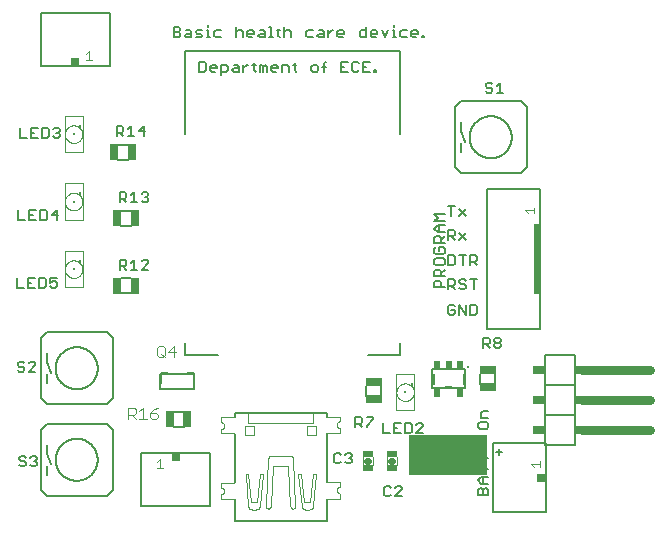
<source format=gto>
G75*
%MOIN*%
%OFA0B0*%
%FSLAX25Y25*%
%IPPOS*%
%LPD*%
%AMOC8*
5,1,8,0,0,1.08239X$1,22.5*
%
%ADD10C,0.00600*%
%ADD11C,0.00800*%
%ADD12C,0.00500*%
%ADD13C,0.00300*%
%ADD14R,0.02500X0.02500*%
%ADD15C,0.00400*%
%ADD16C,0.02200*%
%ADD17R,0.03740X0.01969*%
%ADD18R,0.00787X0.00787*%
%ADD19R,0.00984X0.01378*%
%ADD20R,0.04724X0.00394*%
%ADD21R,0.00591X0.00394*%
%ADD22R,0.00984X0.00591*%
%ADD23R,0.01969X0.23622*%
%ADD24R,0.02559X0.05512*%
%ADD25R,0.05512X0.02559*%
%ADD26C,0.03000*%
%ADD27R,0.02000X0.03000*%
%ADD28R,0.04000X0.03000*%
%ADD29R,0.25984X0.13780*%
%ADD30R,0.01969X0.02559*%
%ADD31C,0.01000*%
D10*
X0004867Y0019660D02*
X0004300Y0020227D01*
X0004867Y0019660D02*
X0006001Y0019660D01*
X0006569Y0020227D01*
X0006569Y0020795D01*
X0006001Y0021362D01*
X0004867Y0021362D01*
X0004300Y0021929D01*
X0004300Y0022496D01*
X0004867Y0023063D01*
X0006001Y0023063D01*
X0006569Y0022496D01*
X0007983Y0022496D02*
X0008550Y0023063D01*
X0009685Y0023063D01*
X0010252Y0022496D01*
X0010252Y0021929D01*
X0009685Y0021362D01*
X0010252Y0020795D01*
X0010252Y0020227D01*
X0009685Y0019660D01*
X0008550Y0019660D01*
X0007983Y0020227D01*
X0009117Y0021362D02*
X0009685Y0021362D01*
X0009752Y0051160D02*
X0007483Y0051160D01*
X0009752Y0053429D01*
X0009752Y0053996D01*
X0009185Y0054563D01*
X0008050Y0054563D01*
X0007483Y0053996D01*
X0006069Y0053996D02*
X0005501Y0054563D01*
X0004367Y0054563D01*
X0003800Y0053996D01*
X0003800Y0053429D01*
X0004367Y0052862D01*
X0005501Y0052862D01*
X0006069Y0052295D01*
X0006069Y0051727D01*
X0005501Y0051160D01*
X0004367Y0051160D01*
X0003800Y0051727D01*
X0003567Y0079160D02*
X0005836Y0079160D01*
X0007251Y0079160D02*
X0009519Y0079160D01*
X0010934Y0079160D02*
X0012635Y0079160D01*
X0013202Y0079727D01*
X0013202Y0081996D01*
X0012635Y0082563D01*
X0010934Y0082563D01*
X0010934Y0079160D01*
X0014617Y0079727D02*
X0015184Y0079160D01*
X0016318Y0079160D01*
X0016885Y0079727D01*
X0016885Y0080862D01*
X0016318Y0081429D01*
X0015751Y0081429D01*
X0014617Y0080862D01*
X0014617Y0082563D01*
X0016885Y0082563D01*
X0009519Y0082563D02*
X0007251Y0082563D01*
X0007251Y0079160D01*
X0007251Y0080862D02*
X0008385Y0080862D01*
X0003567Y0082563D02*
X0003567Y0079160D01*
X0004067Y0101660D02*
X0006336Y0101660D01*
X0007751Y0101660D02*
X0010019Y0101660D01*
X0011434Y0101660D02*
X0013135Y0101660D01*
X0013702Y0102227D01*
X0013702Y0104496D01*
X0013135Y0105063D01*
X0011434Y0105063D01*
X0011434Y0101660D01*
X0008885Y0103362D02*
X0007751Y0103362D01*
X0007751Y0105063D02*
X0007751Y0101660D01*
X0007751Y0105063D02*
X0010019Y0105063D01*
X0015117Y0103362D02*
X0017385Y0103362D01*
X0016818Y0101660D02*
X0016818Y0105063D01*
X0015117Y0103362D01*
X0004067Y0105063D02*
X0004067Y0101660D01*
X0004567Y0129160D02*
X0006836Y0129160D01*
X0008251Y0129160D02*
X0010519Y0129160D01*
X0011934Y0129160D02*
X0013635Y0129160D01*
X0014202Y0129727D01*
X0014202Y0131996D01*
X0013635Y0132563D01*
X0011934Y0132563D01*
X0011934Y0129160D01*
X0009385Y0130862D02*
X0008251Y0130862D01*
X0008251Y0132563D02*
X0008251Y0129160D01*
X0004567Y0129160D02*
X0004567Y0132563D01*
X0008251Y0132563D02*
X0010519Y0132563D01*
X0015617Y0131996D02*
X0016184Y0132563D01*
X0017318Y0132563D01*
X0017885Y0131996D01*
X0017885Y0131429D01*
X0017318Y0130862D01*
X0017885Y0130295D01*
X0017885Y0129727D01*
X0017318Y0129160D01*
X0016184Y0129160D01*
X0015617Y0129727D01*
X0016751Y0130862D02*
X0017318Y0130862D01*
X0036800Y0130795D02*
X0038501Y0130795D01*
X0039069Y0131362D01*
X0039069Y0132496D01*
X0038501Y0133063D01*
X0036800Y0133063D01*
X0036800Y0129660D01*
X0037934Y0130795D02*
X0039069Y0129660D01*
X0040483Y0129660D02*
X0042752Y0129660D01*
X0041617Y0129660D02*
X0041617Y0133063D01*
X0040483Y0131929D01*
X0044166Y0131362D02*
X0046435Y0131362D01*
X0045868Y0129660D02*
X0045868Y0133063D01*
X0044166Y0131362D01*
X0040614Y0126860D02*
X0037386Y0126860D01*
X0037386Y0121860D02*
X0040614Y0121860D01*
X0039501Y0111063D02*
X0037800Y0111063D01*
X0037800Y0107660D01*
X0037800Y0108795D02*
X0039501Y0108795D01*
X0040069Y0109362D01*
X0040069Y0110496D01*
X0039501Y0111063D01*
X0041483Y0109929D02*
X0042617Y0111063D01*
X0042617Y0107660D01*
X0041483Y0107660D02*
X0043752Y0107660D01*
X0045166Y0108227D02*
X0045733Y0107660D01*
X0046868Y0107660D01*
X0047435Y0108227D01*
X0047435Y0108795D01*
X0046868Y0109362D01*
X0046301Y0109362D01*
X0046868Y0109362D02*
X0047435Y0109929D01*
X0047435Y0110496D01*
X0046868Y0111063D01*
X0045733Y0111063D01*
X0045166Y0110496D01*
X0040069Y0107660D02*
X0038934Y0108795D01*
X0038386Y0104860D02*
X0041614Y0104860D01*
X0041614Y0099860D02*
X0038386Y0099860D01*
X0037800Y0088563D02*
X0039501Y0088563D01*
X0040069Y0087996D01*
X0040069Y0086862D01*
X0039501Y0086295D01*
X0037800Y0086295D01*
X0038934Y0086295D02*
X0040069Y0085160D01*
X0041483Y0085160D02*
X0043752Y0085160D01*
X0042617Y0085160D02*
X0042617Y0088563D01*
X0041483Y0087429D01*
X0045166Y0087996D02*
X0045733Y0088563D01*
X0046868Y0088563D01*
X0047435Y0087996D01*
X0047435Y0087429D01*
X0045166Y0085160D01*
X0047435Y0085160D01*
X0041614Y0082360D02*
X0038386Y0082360D01*
X0037800Y0085160D02*
X0037800Y0088563D01*
X0038386Y0077360D02*
X0041614Y0077360D01*
X0051400Y0050460D02*
X0062600Y0050460D01*
X0062600Y0045260D01*
X0051400Y0045260D01*
X0051400Y0050460D01*
X0055886Y0037860D02*
X0059114Y0037860D01*
X0059114Y0032860D02*
X0055886Y0032860D01*
X0109300Y0023496D02*
X0109300Y0021227D01*
X0109867Y0020660D01*
X0111001Y0020660D01*
X0111569Y0021227D01*
X0112983Y0021227D02*
X0113550Y0020660D01*
X0114685Y0020660D01*
X0115252Y0021227D01*
X0115252Y0021795D01*
X0114685Y0022362D01*
X0114117Y0022362D01*
X0114685Y0022362D02*
X0115252Y0022929D01*
X0115252Y0023496D01*
X0114685Y0024063D01*
X0113550Y0024063D01*
X0112983Y0023496D01*
X0111569Y0023496D02*
X0111001Y0024063D01*
X0109867Y0024063D01*
X0109300Y0023496D01*
X0116434Y0032660D02*
X0116434Y0036063D01*
X0118135Y0036063D01*
X0118702Y0035496D01*
X0118702Y0034362D01*
X0118135Y0033795D01*
X0116434Y0033795D01*
X0117568Y0033795D02*
X0118702Y0032660D01*
X0120117Y0032660D02*
X0120117Y0033227D01*
X0122385Y0035496D01*
X0122385Y0036063D01*
X0120117Y0036063D01*
X0125567Y0034063D02*
X0125567Y0030660D01*
X0127836Y0030660D01*
X0129251Y0030660D02*
X0131519Y0030660D01*
X0132934Y0030660D02*
X0134635Y0030660D01*
X0135202Y0031227D01*
X0135202Y0033496D01*
X0134635Y0034063D01*
X0132934Y0034063D01*
X0132934Y0030660D01*
X0130385Y0032362D02*
X0129251Y0032362D01*
X0129251Y0034063D02*
X0129251Y0030660D01*
X0129251Y0034063D02*
X0131519Y0034063D01*
X0136617Y0033496D02*
X0137184Y0034063D01*
X0138318Y0034063D01*
X0138885Y0033496D01*
X0138885Y0032929D01*
X0136617Y0030660D01*
X0138885Y0030660D01*
X0157297Y0032727D02*
X0157864Y0032160D01*
X0160133Y0032160D01*
X0160700Y0032727D01*
X0160700Y0033862D01*
X0160133Y0034429D01*
X0157864Y0034429D01*
X0157297Y0033862D01*
X0157297Y0032727D01*
X0158431Y0035843D02*
X0158431Y0037545D01*
X0158999Y0038112D01*
X0160700Y0038112D01*
X0160700Y0035843D02*
X0158431Y0035843D01*
X0153012Y0045711D02*
X0153012Y0052010D01*
X0141988Y0052010D01*
X0141988Y0045711D01*
X0153012Y0045711D01*
X0158000Y0047246D02*
X0158000Y0050474D01*
X0163000Y0050474D02*
X0163000Y0047246D01*
X0163184Y0059160D02*
X0162617Y0059727D01*
X0162617Y0060295D01*
X0163184Y0060862D01*
X0164318Y0060862D01*
X0164885Y0060295D01*
X0164885Y0059727D01*
X0164318Y0059160D01*
X0163184Y0059160D01*
X0163184Y0060862D02*
X0162617Y0061429D01*
X0162617Y0061996D01*
X0163184Y0062563D01*
X0164318Y0062563D01*
X0164885Y0061996D01*
X0164885Y0061429D01*
X0164318Y0060862D01*
X0161202Y0060862D02*
X0160635Y0060295D01*
X0158934Y0060295D01*
X0160068Y0060295D02*
X0161202Y0059160D01*
X0161202Y0060862D02*
X0161202Y0061996D01*
X0160635Y0062563D01*
X0158934Y0062563D01*
X0158934Y0059160D01*
X0156368Y0070160D02*
X0154666Y0070160D01*
X0154666Y0073563D01*
X0156368Y0073563D01*
X0156935Y0072996D01*
X0156935Y0070727D01*
X0156368Y0070160D01*
X0153252Y0070160D02*
X0153252Y0073563D01*
X0150983Y0073563D02*
X0153252Y0070160D01*
X0150983Y0070160D02*
X0150983Y0073563D01*
X0149569Y0072996D02*
X0149001Y0073563D01*
X0147867Y0073563D01*
X0147300Y0072996D01*
X0147300Y0070727D01*
X0147867Y0070160D01*
X0149001Y0070160D01*
X0149569Y0070727D01*
X0149569Y0071862D01*
X0148434Y0071862D01*
X0147300Y0078660D02*
X0147300Y0082063D01*
X0149001Y0082063D01*
X0149569Y0081496D01*
X0149569Y0080362D01*
X0149001Y0079795D01*
X0147300Y0079795D01*
X0148434Y0079795D02*
X0149569Y0078660D01*
X0150983Y0079227D02*
X0151550Y0078660D01*
X0152685Y0078660D01*
X0153252Y0079227D01*
X0153252Y0079795D01*
X0152685Y0080362D01*
X0151550Y0080362D01*
X0150983Y0080929D01*
X0150983Y0081496D01*
X0151550Y0082063D01*
X0152685Y0082063D01*
X0153252Y0081496D01*
X0154666Y0082063D02*
X0156935Y0082063D01*
X0155801Y0082063D02*
X0155801Y0078660D01*
X0146139Y0079286D02*
X0142736Y0079286D01*
X0142736Y0080988D01*
X0143303Y0081555D01*
X0144438Y0081555D01*
X0145005Y0080988D01*
X0145005Y0079286D01*
X0145005Y0082969D02*
X0145005Y0084671D01*
X0144438Y0085238D01*
X0143303Y0085238D01*
X0142736Y0084671D01*
X0142736Y0082969D01*
X0146139Y0082969D01*
X0145005Y0084104D02*
X0146139Y0085238D01*
X0145572Y0086653D02*
X0143303Y0086653D01*
X0142736Y0087220D01*
X0142736Y0088354D01*
X0143303Y0088921D01*
X0145572Y0088921D01*
X0146139Y0088354D01*
X0146139Y0087220D01*
X0145572Y0086653D01*
X0147300Y0086660D02*
X0149001Y0086660D01*
X0149569Y0087227D01*
X0149569Y0089496D01*
X0149001Y0090063D01*
X0147300Y0090063D01*
X0147300Y0086660D01*
X0145572Y0090336D02*
X0143303Y0090336D01*
X0142736Y0090903D01*
X0142736Y0092037D01*
X0143303Y0092604D01*
X0144438Y0092604D02*
X0144438Y0091470D01*
X0144438Y0092604D02*
X0145572Y0092604D01*
X0146139Y0092037D01*
X0146139Y0090903D01*
X0145572Y0090336D01*
X0146139Y0094019D02*
X0142736Y0094019D01*
X0142736Y0095720D01*
X0143303Y0096287D01*
X0144438Y0096287D01*
X0145005Y0095720D01*
X0145005Y0094019D01*
X0145005Y0095153D02*
X0146139Y0096287D01*
X0147300Y0096295D02*
X0149001Y0096295D01*
X0149569Y0096862D01*
X0149569Y0097996D01*
X0149001Y0098563D01*
X0147300Y0098563D01*
X0147300Y0095160D01*
X0148434Y0096295D02*
X0149569Y0095160D01*
X0150983Y0095160D02*
X0153252Y0097429D01*
X0150983Y0097429D02*
X0153252Y0095160D01*
X0153252Y0090063D02*
X0150983Y0090063D01*
X0152117Y0090063D02*
X0152117Y0086660D01*
X0154666Y0086660D02*
X0154666Y0090063D01*
X0156368Y0090063D01*
X0156935Y0089496D01*
X0156935Y0088362D01*
X0156368Y0087795D01*
X0154666Y0087795D01*
X0155801Y0087795D02*
X0156935Y0086660D01*
X0146139Y0097702D02*
X0143870Y0097702D01*
X0142736Y0098836D01*
X0143870Y0099971D01*
X0146139Y0099971D01*
X0146139Y0101385D02*
X0142736Y0101385D01*
X0143870Y0102519D01*
X0142736Y0103654D01*
X0146139Y0103654D01*
X0148434Y0103160D02*
X0148434Y0106563D01*
X0147300Y0106563D02*
X0149569Y0106563D01*
X0150983Y0105429D02*
X0153252Y0103160D01*
X0150983Y0103160D02*
X0153252Y0105429D01*
X0144438Y0099971D02*
X0144438Y0097702D01*
X0179500Y0056860D02*
X0189500Y0056860D01*
X0189500Y0046860D01*
X0189500Y0036860D01*
X0189500Y0026860D01*
X0179500Y0026860D01*
X0179500Y0036860D01*
X0189500Y0036860D01*
X0179500Y0036860D02*
X0179500Y0046860D01*
X0189500Y0046860D01*
X0179500Y0046860D02*
X0179500Y0056860D01*
X0157236Y0023463D02*
X0157236Y0021194D01*
X0157236Y0022328D02*
X0160639Y0022328D01*
X0160639Y0018645D02*
X0157236Y0018645D01*
X0157236Y0017511D02*
X0157236Y0019779D01*
X0158370Y0016096D02*
X0160639Y0016096D01*
X0158938Y0016096D02*
X0158938Y0013828D01*
X0158370Y0013828D02*
X0157236Y0014962D01*
X0158370Y0016096D01*
X0158370Y0013828D02*
X0160639Y0013828D01*
X0160072Y0012413D02*
X0160639Y0011846D01*
X0160639Y0010144D01*
X0157236Y0010144D01*
X0157236Y0011846D01*
X0157803Y0012413D01*
X0158370Y0012413D01*
X0158938Y0011846D01*
X0158938Y0010144D01*
X0158938Y0011846D02*
X0159505Y0012413D01*
X0160072Y0012413D01*
X0131885Y0012496D02*
X0131885Y0011929D01*
X0129617Y0009660D01*
X0131885Y0009660D01*
X0128202Y0010227D02*
X0127635Y0009660D01*
X0126501Y0009660D01*
X0125934Y0010227D01*
X0125934Y0012496D01*
X0126501Y0013063D01*
X0127635Y0013063D01*
X0128202Y0012496D01*
X0129617Y0012496D02*
X0130184Y0013063D01*
X0131318Y0013063D01*
X0131885Y0012496D01*
X0125000Y0043246D02*
X0125000Y0046474D01*
X0120000Y0046474D02*
X0120000Y0043246D01*
X0160367Y0144160D02*
X0159800Y0144727D01*
X0160367Y0144160D02*
X0161501Y0144160D01*
X0162069Y0144727D01*
X0162069Y0145295D01*
X0161501Y0145862D01*
X0160367Y0145862D01*
X0159800Y0146429D01*
X0159800Y0146996D01*
X0160367Y0147563D01*
X0161501Y0147563D01*
X0162069Y0146996D01*
X0163483Y0146429D02*
X0164617Y0147563D01*
X0164617Y0144160D01*
X0163483Y0144160D02*
X0165752Y0144160D01*
X0139238Y0162660D02*
X0138671Y0162660D01*
X0138671Y0163227D01*
X0139238Y0163227D01*
X0139238Y0162660D01*
X0137256Y0163795D02*
X0134988Y0163795D01*
X0134988Y0164362D02*
X0135555Y0164929D01*
X0136689Y0164929D01*
X0137256Y0164362D01*
X0137256Y0163795D01*
X0136689Y0162660D02*
X0135555Y0162660D01*
X0134988Y0163227D01*
X0134988Y0164362D01*
X0133573Y0164929D02*
X0131872Y0164929D01*
X0131304Y0164362D01*
X0131304Y0163227D01*
X0131872Y0162660D01*
X0133573Y0162660D01*
X0129983Y0162660D02*
X0128849Y0162660D01*
X0129416Y0162660D02*
X0129416Y0164929D01*
X0128849Y0164929D01*
X0129416Y0166063D02*
X0129416Y0166630D01*
X0127434Y0164929D02*
X0126300Y0162660D01*
X0125166Y0164929D01*
X0123751Y0164362D02*
X0123751Y0163795D01*
X0121483Y0163795D01*
X0121483Y0164362D02*
X0122050Y0164929D01*
X0123184Y0164929D01*
X0123751Y0164362D01*
X0123184Y0162660D02*
X0122050Y0162660D01*
X0121483Y0163227D01*
X0121483Y0164362D01*
X0120068Y0164929D02*
X0118367Y0164929D01*
X0117800Y0164362D01*
X0117800Y0163227D01*
X0118367Y0162660D01*
X0120068Y0162660D01*
X0120068Y0166063D01*
X0112702Y0164362D02*
X0112702Y0163795D01*
X0110433Y0163795D01*
X0110433Y0164362D02*
X0111000Y0164929D01*
X0112135Y0164929D01*
X0112702Y0164362D01*
X0112135Y0162660D02*
X0111000Y0162660D01*
X0110433Y0163227D01*
X0110433Y0164362D01*
X0109065Y0164929D02*
X0108498Y0164929D01*
X0107364Y0163795D01*
X0107364Y0164929D02*
X0107364Y0162660D01*
X0105949Y0162660D02*
X0105949Y0164362D01*
X0105382Y0164929D01*
X0104248Y0164929D01*
X0104248Y0163795D02*
X0105949Y0163795D01*
X0105949Y0162660D02*
X0104248Y0162660D01*
X0103681Y0163227D01*
X0104248Y0163795D01*
X0102266Y0164929D02*
X0100565Y0164929D01*
X0099998Y0164362D01*
X0099998Y0163227D01*
X0100565Y0162660D01*
X0102266Y0162660D01*
X0094900Y0162660D02*
X0094900Y0164362D01*
X0094333Y0164929D01*
X0093199Y0164929D01*
X0092631Y0164362D01*
X0091310Y0164929D02*
X0090176Y0164929D01*
X0090743Y0165496D02*
X0090743Y0163227D01*
X0091310Y0162660D01*
X0092631Y0162660D02*
X0092631Y0166063D01*
X0088288Y0166063D02*
X0088288Y0162660D01*
X0087721Y0162660D02*
X0088855Y0162660D01*
X0086306Y0162660D02*
X0086306Y0164362D01*
X0085739Y0164929D01*
X0084605Y0164929D01*
X0084605Y0163795D02*
X0086306Y0163795D01*
X0086306Y0162660D02*
X0084605Y0162660D01*
X0084037Y0163227D01*
X0084605Y0163795D01*
X0082623Y0163795D02*
X0080354Y0163795D01*
X0080354Y0164362D02*
X0080921Y0164929D01*
X0082056Y0164929D01*
X0082623Y0164362D01*
X0082623Y0163795D01*
X0082056Y0162660D02*
X0080921Y0162660D01*
X0080354Y0163227D01*
X0080354Y0164362D01*
X0078940Y0164362D02*
X0078940Y0162660D01*
X0078940Y0164362D02*
X0078373Y0164929D01*
X0077238Y0164929D01*
X0076671Y0164362D01*
X0076671Y0166063D02*
X0076671Y0162660D01*
X0071573Y0162660D02*
X0069872Y0162660D01*
X0069305Y0163227D01*
X0069305Y0164362D01*
X0069872Y0164929D01*
X0071573Y0164929D01*
X0067417Y0164929D02*
X0067417Y0162660D01*
X0067984Y0162660D02*
X0066849Y0162660D01*
X0065435Y0163227D02*
X0064868Y0163795D01*
X0063733Y0163795D01*
X0063166Y0164362D01*
X0063733Y0164929D01*
X0065435Y0164929D01*
X0066849Y0164929D02*
X0067417Y0164929D01*
X0067417Y0166063D02*
X0067417Y0166630D01*
X0065435Y0163227D02*
X0064868Y0162660D01*
X0063166Y0162660D01*
X0061752Y0162660D02*
X0061752Y0164362D01*
X0061185Y0164929D01*
X0060050Y0164929D01*
X0060050Y0163795D02*
X0061752Y0163795D01*
X0061752Y0162660D02*
X0060050Y0162660D01*
X0059483Y0163227D01*
X0060050Y0163795D01*
X0058069Y0163795D02*
X0058069Y0163227D01*
X0057501Y0162660D01*
X0055800Y0162660D01*
X0055800Y0166063D01*
X0057501Y0166063D01*
X0058069Y0165496D01*
X0058069Y0164929D01*
X0057501Y0164362D01*
X0055800Y0164362D01*
X0057501Y0164362D02*
X0058069Y0163795D01*
X0064300Y0154563D02*
X0066001Y0154563D01*
X0066569Y0153996D01*
X0066569Y0151727D01*
X0066001Y0151160D01*
X0064300Y0151160D01*
X0064300Y0154563D01*
X0067983Y0152862D02*
X0068550Y0153429D01*
X0069685Y0153429D01*
X0070252Y0152862D01*
X0070252Y0152295D01*
X0067983Y0152295D01*
X0067983Y0152862D02*
X0067983Y0151727D01*
X0068550Y0151160D01*
X0069685Y0151160D01*
X0071666Y0151160D02*
X0073368Y0151160D01*
X0073935Y0151727D01*
X0073935Y0152862D01*
X0073368Y0153429D01*
X0071666Y0153429D01*
X0071666Y0150026D01*
X0075349Y0151727D02*
X0075917Y0152295D01*
X0077618Y0152295D01*
X0077618Y0152862D02*
X0077618Y0151160D01*
X0075917Y0151160D01*
X0075349Y0151727D01*
X0075917Y0153429D02*
X0077051Y0153429D01*
X0077618Y0152862D01*
X0079033Y0153429D02*
X0079033Y0151160D01*
X0079033Y0152295D02*
X0080167Y0153429D01*
X0080734Y0153429D01*
X0082102Y0153429D02*
X0083236Y0153429D01*
X0082669Y0153996D02*
X0082669Y0151727D01*
X0083236Y0151160D01*
X0084557Y0151160D02*
X0084557Y0153429D01*
X0085124Y0153429D01*
X0085692Y0152862D01*
X0086259Y0153429D01*
X0086826Y0152862D01*
X0086826Y0151160D01*
X0085692Y0151160D02*
X0085692Y0152862D01*
X0088240Y0152862D02*
X0088808Y0153429D01*
X0089942Y0153429D01*
X0090509Y0152862D01*
X0090509Y0152295D01*
X0088240Y0152295D01*
X0088240Y0152862D02*
X0088240Y0151727D01*
X0088808Y0151160D01*
X0089942Y0151160D01*
X0091924Y0151160D02*
X0091924Y0153429D01*
X0093625Y0153429D01*
X0094192Y0152862D01*
X0094192Y0151160D01*
X0096174Y0151727D02*
X0096741Y0151160D01*
X0096174Y0151727D02*
X0096174Y0153996D01*
X0095607Y0153429D02*
X0096741Y0153429D01*
X0101745Y0152862D02*
X0101745Y0151727D01*
X0102312Y0151160D01*
X0103447Y0151160D01*
X0104014Y0151727D01*
X0104014Y0152862D01*
X0103447Y0153429D01*
X0102312Y0153429D01*
X0101745Y0152862D01*
X0105428Y0152862D02*
X0106563Y0152862D01*
X0105996Y0153996D02*
X0105996Y0151160D01*
X0105996Y0153996D02*
X0106563Y0154563D01*
X0111567Y0154563D02*
X0111567Y0151160D01*
X0113836Y0151160D01*
X0115250Y0151727D02*
X0115817Y0151160D01*
X0116952Y0151160D01*
X0117519Y0151727D01*
X0118933Y0151160D02*
X0121202Y0151160D01*
X0122616Y0151160D02*
X0122616Y0151727D01*
X0123184Y0151727D01*
X0123184Y0151160D01*
X0122616Y0151160D01*
X0120068Y0152862D02*
X0118933Y0152862D01*
X0118933Y0154563D02*
X0118933Y0151160D01*
X0115250Y0151727D02*
X0115250Y0153996D01*
X0115817Y0154563D01*
X0116952Y0154563D01*
X0117519Y0153996D01*
X0118933Y0154563D02*
X0121202Y0154563D01*
X0113836Y0154563D02*
X0111567Y0154563D01*
X0111567Y0152862D02*
X0112701Y0152862D01*
X0088288Y0166063D02*
X0087721Y0166063D01*
D11*
X0011500Y0017860D02*
X0011500Y0011860D01*
X0013500Y0009860D01*
X0015000Y0009860D01*
X0032000Y0009860D01*
X0033500Y0009860D01*
X0035500Y0011860D01*
X0035500Y0017860D01*
X0035500Y0025789D01*
X0035500Y0025860D02*
X0035500Y0031860D01*
X0033500Y0033860D01*
X0032000Y0033860D01*
X0015000Y0033860D01*
X0013500Y0033860D01*
X0011500Y0031860D01*
X0011500Y0025860D01*
X0011500Y0025907D02*
X0011500Y0017860D01*
X0013500Y0016860D02*
X0013500Y0019860D01*
X0015000Y0020360D02*
X0013500Y0023860D01*
X0013500Y0026860D01*
X0016500Y0021860D02*
X0016502Y0022032D01*
X0016508Y0022203D01*
X0016519Y0022375D01*
X0016534Y0022546D01*
X0016553Y0022717D01*
X0016576Y0022887D01*
X0016603Y0023057D01*
X0016635Y0023226D01*
X0016670Y0023394D01*
X0016710Y0023561D01*
X0016754Y0023727D01*
X0016801Y0023892D01*
X0016853Y0024056D01*
X0016909Y0024218D01*
X0016969Y0024379D01*
X0017033Y0024539D01*
X0017101Y0024697D01*
X0017172Y0024853D01*
X0017247Y0025007D01*
X0017327Y0025160D01*
X0017409Y0025310D01*
X0017496Y0025459D01*
X0017586Y0025605D01*
X0017680Y0025749D01*
X0017777Y0025891D01*
X0017878Y0026030D01*
X0017982Y0026167D01*
X0018089Y0026301D01*
X0018200Y0026432D01*
X0018313Y0026561D01*
X0018430Y0026687D01*
X0018550Y0026810D01*
X0018673Y0026930D01*
X0018799Y0027047D01*
X0018928Y0027160D01*
X0019059Y0027271D01*
X0019193Y0027378D01*
X0019330Y0027482D01*
X0019469Y0027583D01*
X0019611Y0027680D01*
X0019755Y0027774D01*
X0019901Y0027864D01*
X0020050Y0027951D01*
X0020200Y0028033D01*
X0020353Y0028113D01*
X0020507Y0028188D01*
X0020663Y0028259D01*
X0020821Y0028327D01*
X0020981Y0028391D01*
X0021142Y0028451D01*
X0021304Y0028507D01*
X0021468Y0028559D01*
X0021633Y0028606D01*
X0021799Y0028650D01*
X0021966Y0028690D01*
X0022134Y0028725D01*
X0022303Y0028757D01*
X0022473Y0028784D01*
X0022643Y0028807D01*
X0022814Y0028826D01*
X0022985Y0028841D01*
X0023157Y0028852D01*
X0023328Y0028858D01*
X0023500Y0028860D01*
X0023672Y0028858D01*
X0023843Y0028852D01*
X0024015Y0028841D01*
X0024186Y0028826D01*
X0024357Y0028807D01*
X0024527Y0028784D01*
X0024697Y0028757D01*
X0024866Y0028725D01*
X0025034Y0028690D01*
X0025201Y0028650D01*
X0025367Y0028606D01*
X0025532Y0028559D01*
X0025696Y0028507D01*
X0025858Y0028451D01*
X0026019Y0028391D01*
X0026179Y0028327D01*
X0026337Y0028259D01*
X0026493Y0028188D01*
X0026647Y0028113D01*
X0026800Y0028033D01*
X0026950Y0027951D01*
X0027099Y0027864D01*
X0027245Y0027774D01*
X0027389Y0027680D01*
X0027531Y0027583D01*
X0027670Y0027482D01*
X0027807Y0027378D01*
X0027941Y0027271D01*
X0028072Y0027160D01*
X0028201Y0027047D01*
X0028327Y0026930D01*
X0028450Y0026810D01*
X0028570Y0026687D01*
X0028687Y0026561D01*
X0028800Y0026432D01*
X0028911Y0026301D01*
X0029018Y0026167D01*
X0029122Y0026030D01*
X0029223Y0025891D01*
X0029320Y0025749D01*
X0029414Y0025605D01*
X0029504Y0025459D01*
X0029591Y0025310D01*
X0029673Y0025160D01*
X0029753Y0025007D01*
X0029828Y0024853D01*
X0029899Y0024697D01*
X0029967Y0024539D01*
X0030031Y0024379D01*
X0030091Y0024218D01*
X0030147Y0024056D01*
X0030199Y0023892D01*
X0030246Y0023727D01*
X0030290Y0023561D01*
X0030330Y0023394D01*
X0030365Y0023226D01*
X0030397Y0023057D01*
X0030424Y0022887D01*
X0030447Y0022717D01*
X0030466Y0022546D01*
X0030481Y0022375D01*
X0030492Y0022203D01*
X0030498Y0022032D01*
X0030500Y0021860D01*
X0030498Y0021688D01*
X0030492Y0021517D01*
X0030481Y0021345D01*
X0030466Y0021174D01*
X0030447Y0021003D01*
X0030424Y0020833D01*
X0030397Y0020663D01*
X0030365Y0020494D01*
X0030330Y0020326D01*
X0030290Y0020159D01*
X0030246Y0019993D01*
X0030199Y0019828D01*
X0030147Y0019664D01*
X0030091Y0019502D01*
X0030031Y0019341D01*
X0029967Y0019181D01*
X0029899Y0019023D01*
X0029828Y0018867D01*
X0029753Y0018713D01*
X0029673Y0018560D01*
X0029591Y0018410D01*
X0029504Y0018261D01*
X0029414Y0018115D01*
X0029320Y0017971D01*
X0029223Y0017829D01*
X0029122Y0017690D01*
X0029018Y0017553D01*
X0028911Y0017419D01*
X0028800Y0017288D01*
X0028687Y0017159D01*
X0028570Y0017033D01*
X0028450Y0016910D01*
X0028327Y0016790D01*
X0028201Y0016673D01*
X0028072Y0016560D01*
X0027941Y0016449D01*
X0027807Y0016342D01*
X0027670Y0016238D01*
X0027531Y0016137D01*
X0027389Y0016040D01*
X0027245Y0015946D01*
X0027099Y0015856D01*
X0026950Y0015769D01*
X0026800Y0015687D01*
X0026647Y0015607D01*
X0026493Y0015532D01*
X0026337Y0015461D01*
X0026179Y0015393D01*
X0026019Y0015329D01*
X0025858Y0015269D01*
X0025696Y0015213D01*
X0025532Y0015161D01*
X0025367Y0015114D01*
X0025201Y0015070D01*
X0025034Y0015030D01*
X0024866Y0014995D01*
X0024697Y0014963D01*
X0024527Y0014936D01*
X0024357Y0014913D01*
X0024186Y0014894D01*
X0024015Y0014879D01*
X0023843Y0014868D01*
X0023672Y0014862D01*
X0023500Y0014860D01*
X0023328Y0014862D01*
X0023157Y0014868D01*
X0022985Y0014879D01*
X0022814Y0014894D01*
X0022643Y0014913D01*
X0022473Y0014936D01*
X0022303Y0014963D01*
X0022134Y0014995D01*
X0021966Y0015030D01*
X0021799Y0015070D01*
X0021633Y0015114D01*
X0021468Y0015161D01*
X0021304Y0015213D01*
X0021142Y0015269D01*
X0020981Y0015329D01*
X0020821Y0015393D01*
X0020663Y0015461D01*
X0020507Y0015532D01*
X0020353Y0015607D01*
X0020200Y0015687D01*
X0020050Y0015769D01*
X0019901Y0015856D01*
X0019755Y0015946D01*
X0019611Y0016040D01*
X0019469Y0016137D01*
X0019330Y0016238D01*
X0019193Y0016342D01*
X0019059Y0016449D01*
X0018928Y0016560D01*
X0018799Y0016673D01*
X0018673Y0016790D01*
X0018550Y0016910D01*
X0018430Y0017033D01*
X0018313Y0017159D01*
X0018200Y0017288D01*
X0018089Y0017419D01*
X0017982Y0017553D01*
X0017878Y0017690D01*
X0017777Y0017829D01*
X0017680Y0017971D01*
X0017586Y0018115D01*
X0017496Y0018261D01*
X0017409Y0018410D01*
X0017327Y0018560D01*
X0017247Y0018713D01*
X0017172Y0018867D01*
X0017101Y0019023D01*
X0017033Y0019181D01*
X0016969Y0019341D01*
X0016909Y0019502D01*
X0016853Y0019664D01*
X0016801Y0019828D01*
X0016754Y0019993D01*
X0016710Y0020159D01*
X0016670Y0020326D01*
X0016635Y0020494D01*
X0016603Y0020663D01*
X0016576Y0020833D01*
X0016553Y0021003D01*
X0016534Y0021174D01*
X0016519Y0021345D01*
X0016508Y0021517D01*
X0016502Y0021688D01*
X0016500Y0021860D01*
X0015000Y0040360D02*
X0032000Y0040360D01*
X0033500Y0040360D01*
X0035500Y0042360D01*
X0035500Y0048360D01*
X0035500Y0056289D01*
X0035500Y0056360D02*
X0035500Y0062360D01*
X0033500Y0064360D01*
X0032000Y0064360D01*
X0015000Y0064360D01*
X0013500Y0064360D01*
X0011500Y0062360D01*
X0011500Y0056360D01*
X0011500Y0056407D02*
X0011500Y0048360D01*
X0011500Y0042360D01*
X0013500Y0040360D01*
X0015000Y0040360D01*
X0013500Y0047360D02*
X0013500Y0050360D01*
X0015000Y0050860D02*
X0013500Y0054360D01*
X0013500Y0057360D01*
X0016500Y0052360D02*
X0016502Y0052532D01*
X0016508Y0052703D01*
X0016519Y0052875D01*
X0016534Y0053046D01*
X0016553Y0053217D01*
X0016576Y0053387D01*
X0016603Y0053557D01*
X0016635Y0053726D01*
X0016670Y0053894D01*
X0016710Y0054061D01*
X0016754Y0054227D01*
X0016801Y0054392D01*
X0016853Y0054556D01*
X0016909Y0054718D01*
X0016969Y0054879D01*
X0017033Y0055039D01*
X0017101Y0055197D01*
X0017172Y0055353D01*
X0017247Y0055507D01*
X0017327Y0055660D01*
X0017409Y0055810D01*
X0017496Y0055959D01*
X0017586Y0056105D01*
X0017680Y0056249D01*
X0017777Y0056391D01*
X0017878Y0056530D01*
X0017982Y0056667D01*
X0018089Y0056801D01*
X0018200Y0056932D01*
X0018313Y0057061D01*
X0018430Y0057187D01*
X0018550Y0057310D01*
X0018673Y0057430D01*
X0018799Y0057547D01*
X0018928Y0057660D01*
X0019059Y0057771D01*
X0019193Y0057878D01*
X0019330Y0057982D01*
X0019469Y0058083D01*
X0019611Y0058180D01*
X0019755Y0058274D01*
X0019901Y0058364D01*
X0020050Y0058451D01*
X0020200Y0058533D01*
X0020353Y0058613D01*
X0020507Y0058688D01*
X0020663Y0058759D01*
X0020821Y0058827D01*
X0020981Y0058891D01*
X0021142Y0058951D01*
X0021304Y0059007D01*
X0021468Y0059059D01*
X0021633Y0059106D01*
X0021799Y0059150D01*
X0021966Y0059190D01*
X0022134Y0059225D01*
X0022303Y0059257D01*
X0022473Y0059284D01*
X0022643Y0059307D01*
X0022814Y0059326D01*
X0022985Y0059341D01*
X0023157Y0059352D01*
X0023328Y0059358D01*
X0023500Y0059360D01*
X0023672Y0059358D01*
X0023843Y0059352D01*
X0024015Y0059341D01*
X0024186Y0059326D01*
X0024357Y0059307D01*
X0024527Y0059284D01*
X0024697Y0059257D01*
X0024866Y0059225D01*
X0025034Y0059190D01*
X0025201Y0059150D01*
X0025367Y0059106D01*
X0025532Y0059059D01*
X0025696Y0059007D01*
X0025858Y0058951D01*
X0026019Y0058891D01*
X0026179Y0058827D01*
X0026337Y0058759D01*
X0026493Y0058688D01*
X0026647Y0058613D01*
X0026800Y0058533D01*
X0026950Y0058451D01*
X0027099Y0058364D01*
X0027245Y0058274D01*
X0027389Y0058180D01*
X0027531Y0058083D01*
X0027670Y0057982D01*
X0027807Y0057878D01*
X0027941Y0057771D01*
X0028072Y0057660D01*
X0028201Y0057547D01*
X0028327Y0057430D01*
X0028450Y0057310D01*
X0028570Y0057187D01*
X0028687Y0057061D01*
X0028800Y0056932D01*
X0028911Y0056801D01*
X0029018Y0056667D01*
X0029122Y0056530D01*
X0029223Y0056391D01*
X0029320Y0056249D01*
X0029414Y0056105D01*
X0029504Y0055959D01*
X0029591Y0055810D01*
X0029673Y0055660D01*
X0029753Y0055507D01*
X0029828Y0055353D01*
X0029899Y0055197D01*
X0029967Y0055039D01*
X0030031Y0054879D01*
X0030091Y0054718D01*
X0030147Y0054556D01*
X0030199Y0054392D01*
X0030246Y0054227D01*
X0030290Y0054061D01*
X0030330Y0053894D01*
X0030365Y0053726D01*
X0030397Y0053557D01*
X0030424Y0053387D01*
X0030447Y0053217D01*
X0030466Y0053046D01*
X0030481Y0052875D01*
X0030492Y0052703D01*
X0030498Y0052532D01*
X0030500Y0052360D01*
X0030498Y0052188D01*
X0030492Y0052017D01*
X0030481Y0051845D01*
X0030466Y0051674D01*
X0030447Y0051503D01*
X0030424Y0051333D01*
X0030397Y0051163D01*
X0030365Y0050994D01*
X0030330Y0050826D01*
X0030290Y0050659D01*
X0030246Y0050493D01*
X0030199Y0050328D01*
X0030147Y0050164D01*
X0030091Y0050002D01*
X0030031Y0049841D01*
X0029967Y0049681D01*
X0029899Y0049523D01*
X0029828Y0049367D01*
X0029753Y0049213D01*
X0029673Y0049060D01*
X0029591Y0048910D01*
X0029504Y0048761D01*
X0029414Y0048615D01*
X0029320Y0048471D01*
X0029223Y0048329D01*
X0029122Y0048190D01*
X0029018Y0048053D01*
X0028911Y0047919D01*
X0028800Y0047788D01*
X0028687Y0047659D01*
X0028570Y0047533D01*
X0028450Y0047410D01*
X0028327Y0047290D01*
X0028201Y0047173D01*
X0028072Y0047060D01*
X0027941Y0046949D01*
X0027807Y0046842D01*
X0027670Y0046738D01*
X0027531Y0046637D01*
X0027389Y0046540D01*
X0027245Y0046446D01*
X0027099Y0046356D01*
X0026950Y0046269D01*
X0026800Y0046187D01*
X0026647Y0046107D01*
X0026493Y0046032D01*
X0026337Y0045961D01*
X0026179Y0045893D01*
X0026019Y0045829D01*
X0025858Y0045769D01*
X0025696Y0045713D01*
X0025532Y0045661D01*
X0025367Y0045614D01*
X0025201Y0045570D01*
X0025034Y0045530D01*
X0024866Y0045495D01*
X0024697Y0045463D01*
X0024527Y0045436D01*
X0024357Y0045413D01*
X0024186Y0045394D01*
X0024015Y0045379D01*
X0023843Y0045368D01*
X0023672Y0045362D01*
X0023500Y0045360D01*
X0023328Y0045362D01*
X0023157Y0045368D01*
X0022985Y0045379D01*
X0022814Y0045394D01*
X0022643Y0045413D01*
X0022473Y0045436D01*
X0022303Y0045463D01*
X0022134Y0045495D01*
X0021966Y0045530D01*
X0021799Y0045570D01*
X0021633Y0045614D01*
X0021468Y0045661D01*
X0021304Y0045713D01*
X0021142Y0045769D01*
X0020981Y0045829D01*
X0020821Y0045893D01*
X0020663Y0045961D01*
X0020507Y0046032D01*
X0020353Y0046107D01*
X0020200Y0046187D01*
X0020050Y0046269D01*
X0019901Y0046356D01*
X0019755Y0046446D01*
X0019611Y0046540D01*
X0019469Y0046637D01*
X0019330Y0046738D01*
X0019193Y0046842D01*
X0019059Y0046949D01*
X0018928Y0047060D01*
X0018799Y0047173D01*
X0018673Y0047290D01*
X0018550Y0047410D01*
X0018430Y0047533D01*
X0018313Y0047659D01*
X0018200Y0047788D01*
X0018089Y0047919D01*
X0017982Y0048053D01*
X0017878Y0048190D01*
X0017777Y0048329D01*
X0017680Y0048471D01*
X0017586Y0048615D01*
X0017496Y0048761D01*
X0017409Y0048910D01*
X0017327Y0049060D01*
X0017247Y0049213D01*
X0017172Y0049367D01*
X0017101Y0049523D01*
X0017033Y0049681D01*
X0016969Y0049841D01*
X0016909Y0050002D01*
X0016853Y0050164D01*
X0016801Y0050328D01*
X0016754Y0050493D01*
X0016710Y0050659D01*
X0016670Y0050826D01*
X0016635Y0050994D01*
X0016603Y0051163D01*
X0016576Y0051333D01*
X0016553Y0051503D01*
X0016534Y0051674D01*
X0016519Y0051845D01*
X0016508Y0052017D01*
X0016502Y0052188D01*
X0016500Y0052360D01*
X0051488Y0050616D02*
X0051488Y0047467D01*
X0051488Y0050616D02*
X0053850Y0050616D01*
X0060150Y0050616D02*
X0062512Y0050616D01*
X0062512Y0047467D01*
X0059567Y0056809D02*
X0059567Y0060852D01*
X0059567Y0056809D02*
X0070500Y0056809D01*
X0120500Y0056809D02*
X0131433Y0056809D01*
X0131433Y0060852D01*
X0142500Y0050551D02*
X0142500Y0047170D01*
X0146443Y0046070D02*
X0148557Y0046070D01*
X0152500Y0047170D02*
X0152500Y0050551D01*
X0164284Y0025429D02*
X0164284Y0023294D01*
X0163217Y0024362D02*
X0165352Y0024362D01*
X0170000Y0117360D02*
X0153000Y0117360D01*
X0151500Y0117360D01*
X0149500Y0119360D01*
X0149500Y0125360D01*
X0149500Y0133407D01*
X0149500Y0133360D02*
X0149500Y0139360D01*
X0151500Y0141360D01*
X0153000Y0141360D01*
X0170000Y0141360D01*
X0171500Y0141360D01*
X0173500Y0139360D01*
X0173500Y0133360D01*
X0173500Y0133289D02*
X0173500Y0125360D01*
X0173500Y0119360D01*
X0171500Y0117360D01*
X0170000Y0117360D01*
X0154500Y0129360D02*
X0154502Y0129532D01*
X0154508Y0129703D01*
X0154519Y0129875D01*
X0154534Y0130046D01*
X0154553Y0130217D01*
X0154576Y0130387D01*
X0154603Y0130557D01*
X0154635Y0130726D01*
X0154670Y0130894D01*
X0154710Y0131061D01*
X0154754Y0131227D01*
X0154801Y0131392D01*
X0154853Y0131556D01*
X0154909Y0131718D01*
X0154969Y0131879D01*
X0155033Y0132039D01*
X0155101Y0132197D01*
X0155172Y0132353D01*
X0155247Y0132507D01*
X0155327Y0132660D01*
X0155409Y0132810D01*
X0155496Y0132959D01*
X0155586Y0133105D01*
X0155680Y0133249D01*
X0155777Y0133391D01*
X0155878Y0133530D01*
X0155982Y0133667D01*
X0156089Y0133801D01*
X0156200Y0133932D01*
X0156313Y0134061D01*
X0156430Y0134187D01*
X0156550Y0134310D01*
X0156673Y0134430D01*
X0156799Y0134547D01*
X0156928Y0134660D01*
X0157059Y0134771D01*
X0157193Y0134878D01*
X0157330Y0134982D01*
X0157469Y0135083D01*
X0157611Y0135180D01*
X0157755Y0135274D01*
X0157901Y0135364D01*
X0158050Y0135451D01*
X0158200Y0135533D01*
X0158353Y0135613D01*
X0158507Y0135688D01*
X0158663Y0135759D01*
X0158821Y0135827D01*
X0158981Y0135891D01*
X0159142Y0135951D01*
X0159304Y0136007D01*
X0159468Y0136059D01*
X0159633Y0136106D01*
X0159799Y0136150D01*
X0159966Y0136190D01*
X0160134Y0136225D01*
X0160303Y0136257D01*
X0160473Y0136284D01*
X0160643Y0136307D01*
X0160814Y0136326D01*
X0160985Y0136341D01*
X0161157Y0136352D01*
X0161328Y0136358D01*
X0161500Y0136360D01*
X0161672Y0136358D01*
X0161843Y0136352D01*
X0162015Y0136341D01*
X0162186Y0136326D01*
X0162357Y0136307D01*
X0162527Y0136284D01*
X0162697Y0136257D01*
X0162866Y0136225D01*
X0163034Y0136190D01*
X0163201Y0136150D01*
X0163367Y0136106D01*
X0163532Y0136059D01*
X0163696Y0136007D01*
X0163858Y0135951D01*
X0164019Y0135891D01*
X0164179Y0135827D01*
X0164337Y0135759D01*
X0164493Y0135688D01*
X0164647Y0135613D01*
X0164800Y0135533D01*
X0164950Y0135451D01*
X0165099Y0135364D01*
X0165245Y0135274D01*
X0165389Y0135180D01*
X0165531Y0135083D01*
X0165670Y0134982D01*
X0165807Y0134878D01*
X0165941Y0134771D01*
X0166072Y0134660D01*
X0166201Y0134547D01*
X0166327Y0134430D01*
X0166450Y0134310D01*
X0166570Y0134187D01*
X0166687Y0134061D01*
X0166800Y0133932D01*
X0166911Y0133801D01*
X0167018Y0133667D01*
X0167122Y0133530D01*
X0167223Y0133391D01*
X0167320Y0133249D01*
X0167414Y0133105D01*
X0167504Y0132959D01*
X0167591Y0132810D01*
X0167673Y0132660D01*
X0167753Y0132507D01*
X0167828Y0132353D01*
X0167899Y0132197D01*
X0167967Y0132039D01*
X0168031Y0131879D01*
X0168091Y0131718D01*
X0168147Y0131556D01*
X0168199Y0131392D01*
X0168246Y0131227D01*
X0168290Y0131061D01*
X0168330Y0130894D01*
X0168365Y0130726D01*
X0168397Y0130557D01*
X0168424Y0130387D01*
X0168447Y0130217D01*
X0168466Y0130046D01*
X0168481Y0129875D01*
X0168492Y0129703D01*
X0168498Y0129532D01*
X0168500Y0129360D01*
X0168498Y0129188D01*
X0168492Y0129017D01*
X0168481Y0128845D01*
X0168466Y0128674D01*
X0168447Y0128503D01*
X0168424Y0128333D01*
X0168397Y0128163D01*
X0168365Y0127994D01*
X0168330Y0127826D01*
X0168290Y0127659D01*
X0168246Y0127493D01*
X0168199Y0127328D01*
X0168147Y0127164D01*
X0168091Y0127002D01*
X0168031Y0126841D01*
X0167967Y0126681D01*
X0167899Y0126523D01*
X0167828Y0126367D01*
X0167753Y0126213D01*
X0167673Y0126060D01*
X0167591Y0125910D01*
X0167504Y0125761D01*
X0167414Y0125615D01*
X0167320Y0125471D01*
X0167223Y0125329D01*
X0167122Y0125190D01*
X0167018Y0125053D01*
X0166911Y0124919D01*
X0166800Y0124788D01*
X0166687Y0124659D01*
X0166570Y0124533D01*
X0166450Y0124410D01*
X0166327Y0124290D01*
X0166201Y0124173D01*
X0166072Y0124060D01*
X0165941Y0123949D01*
X0165807Y0123842D01*
X0165670Y0123738D01*
X0165531Y0123637D01*
X0165389Y0123540D01*
X0165245Y0123446D01*
X0165099Y0123356D01*
X0164950Y0123269D01*
X0164800Y0123187D01*
X0164647Y0123107D01*
X0164493Y0123032D01*
X0164337Y0122961D01*
X0164179Y0122893D01*
X0164019Y0122829D01*
X0163858Y0122769D01*
X0163696Y0122713D01*
X0163532Y0122661D01*
X0163367Y0122614D01*
X0163201Y0122570D01*
X0163034Y0122530D01*
X0162866Y0122495D01*
X0162697Y0122463D01*
X0162527Y0122436D01*
X0162357Y0122413D01*
X0162186Y0122394D01*
X0162015Y0122379D01*
X0161843Y0122368D01*
X0161672Y0122362D01*
X0161500Y0122360D01*
X0161328Y0122362D01*
X0161157Y0122368D01*
X0160985Y0122379D01*
X0160814Y0122394D01*
X0160643Y0122413D01*
X0160473Y0122436D01*
X0160303Y0122463D01*
X0160134Y0122495D01*
X0159966Y0122530D01*
X0159799Y0122570D01*
X0159633Y0122614D01*
X0159468Y0122661D01*
X0159304Y0122713D01*
X0159142Y0122769D01*
X0158981Y0122829D01*
X0158821Y0122893D01*
X0158663Y0122961D01*
X0158507Y0123032D01*
X0158353Y0123107D01*
X0158200Y0123187D01*
X0158050Y0123269D01*
X0157901Y0123356D01*
X0157755Y0123446D01*
X0157611Y0123540D01*
X0157469Y0123637D01*
X0157330Y0123738D01*
X0157193Y0123842D01*
X0157059Y0123949D01*
X0156928Y0124060D01*
X0156799Y0124173D01*
X0156673Y0124290D01*
X0156550Y0124410D01*
X0156430Y0124533D01*
X0156313Y0124659D01*
X0156200Y0124788D01*
X0156089Y0124919D01*
X0155982Y0125053D01*
X0155878Y0125190D01*
X0155777Y0125329D01*
X0155680Y0125471D01*
X0155586Y0125615D01*
X0155496Y0125761D01*
X0155409Y0125910D01*
X0155327Y0126060D01*
X0155247Y0126213D01*
X0155172Y0126367D01*
X0155101Y0126523D01*
X0155033Y0126681D01*
X0154969Y0126841D01*
X0154909Y0127002D01*
X0154853Y0127164D01*
X0154801Y0127328D01*
X0154754Y0127493D01*
X0154710Y0127659D01*
X0154670Y0127826D01*
X0154635Y0127994D01*
X0154603Y0128163D01*
X0154576Y0128333D01*
X0154553Y0128503D01*
X0154534Y0128674D01*
X0154519Y0128845D01*
X0154508Y0129017D01*
X0154502Y0129188D01*
X0154500Y0129360D01*
X0153000Y0127860D02*
X0151500Y0131360D01*
X0151500Y0134360D01*
X0151500Y0127360D02*
X0151500Y0124360D01*
X0131433Y0130581D02*
X0131433Y0158203D01*
X0059567Y0158203D01*
X0059567Y0130581D01*
D12*
X0034713Y0153024D02*
X0011681Y0153024D01*
X0011681Y0170740D01*
X0034713Y0170740D01*
X0034713Y0153024D01*
X0160120Y0112089D02*
X0160120Y0065435D01*
X0177837Y0065435D01*
X0177837Y0112089D01*
X0160120Y0112089D01*
X0106854Y0037470D02*
X0076146Y0037470D01*
X0076146Y0036093D01*
X0078902Y0037470D02*
X0083232Y0037470D01*
X0076146Y0030423D02*
X0076146Y0014281D01*
X0076146Y0016998D02*
X0076146Y0027628D01*
X0067819Y0024197D02*
X0067819Y0006480D01*
X0044787Y0006480D01*
X0044787Y0024197D01*
X0067819Y0024197D01*
X0076146Y0008730D02*
X0076146Y0001250D01*
X0106854Y0001250D01*
X0106854Y0008730D01*
X0106854Y0014478D02*
X0106854Y0030620D01*
X0106854Y0027628D02*
X0106854Y0016998D01*
X0106854Y0036289D02*
X0106854Y0037470D01*
X0104098Y0037470D02*
X0099768Y0037470D01*
X0162120Y0027573D02*
X0162120Y0004541D01*
X0179837Y0004541D01*
X0179837Y0027573D01*
X0162120Y0027573D01*
D13*
X0174885Y0020423D02*
X0177787Y0020423D01*
X0177787Y0021390D02*
X0177787Y0019455D01*
X0175852Y0019455D02*
X0174885Y0020423D01*
X0175787Y0103971D02*
X0175787Y0105906D01*
X0175787Y0104938D02*
X0172885Y0104938D01*
X0173852Y0103971D01*
X0056552Y0057862D02*
X0054083Y0057862D01*
X0055935Y0059713D01*
X0055935Y0056010D01*
X0052869Y0056010D02*
X0051634Y0057245D01*
X0051017Y0056010D02*
X0050400Y0056627D01*
X0050400Y0059096D01*
X0051017Y0059713D01*
X0052252Y0059713D01*
X0052869Y0059096D01*
X0052869Y0056627D01*
X0052252Y0056010D01*
X0051017Y0056010D01*
X0050485Y0039213D02*
X0049251Y0038596D01*
X0048016Y0037362D01*
X0049868Y0037362D01*
X0050485Y0036745D01*
X0050485Y0036127D01*
X0049868Y0035510D01*
X0048633Y0035510D01*
X0048016Y0036127D01*
X0048016Y0037362D01*
X0046802Y0035510D02*
X0044333Y0035510D01*
X0043119Y0035510D02*
X0041884Y0036745D01*
X0042502Y0036745D02*
X0040650Y0036745D01*
X0040650Y0035510D02*
X0040650Y0039213D01*
X0042502Y0039213D01*
X0043119Y0038596D01*
X0043119Y0037362D01*
X0042502Y0036745D01*
X0044333Y0037979D02*
X0045568Y0039213D01*
X0045568Y0035510D01*
X0051226Y0022150D02*
X0051226Y0019247D01*
X0050259Y0019247D02*
X0052194Y0019247D01*
X0050259Y0021182D02*
X0051226Y0022150D01*
X0028530Y0155073D02*
X0026595Y0155073D01*
X0027562Y0155073D02*
X0027562Y0157976D01*
X0026595Y0157008D01*
D14*
X0023000Y0154498D03*
X0056500Y0022722D03*
X0178362Y0015860D03*
D15*
X0135953Y0038258D02*
X0135953Y0050463D01*
X0130047Y0050463D01*
X0130047Y0038258D01*
X0135953Y0038258D01*
X0134968Y0046525D02*
X0134887Y0046596D01*
X0134803Y0046664D01*
X0134717Y0046729D01*
X0134629Y0046791D01*
X0134538Y0046849D01*
X0134445Y0046904D01*
X0134350Y0046956D01*
X0134253Y0047004D01*
X0134155Y0047048D01*
X0134055Y0047089D01*
X0133954Y0047126D01*
X0133851Y0047159D01*
X0133747Y0047189D01*
X0133642Y0047215D01*
X0133537Y0047236D01*
X0133430Y0047254D01*
X0133323Y0047268D01*
X0133216Y0047278D01*
X0133108Y0047284D01*
X0133000Y0047286D01*
X0132892Y0047284D01*
X0132784Y0047278D01*
X0132677Y0047268D01*
X0132570Y0047254D01*
X0132463Y0047236D01*
X0132358Y0047215D01*
X0132253Y0047189D01*
X0132149Y0047159D01*
X0132046Y0047126D01*
X0131945Y0047089D01*
X0131845Y0047048D01*
X0131747Y0047004D01*
X0131650Y0046956D01*
X0131555Y0046904D01*
X0131462Y0046849D01*
X0131371Y0046791D01*
X0131283Y0046729D01*
X0131197Y0046664D01*
X0131113Y0046596D01*
X0131032Y0046525D01*
X0130955Y0046452D01*
X0130880Y0046377D01*
X0130809Y0046299D01*
X0130740Y0046218D01*
X0130674Y0046135D01*
X0130611Y0046050D01*
X0130552Y0045962D01*
X0130495Y0045873D01*
X0130442Y0045781D01*
X0130392Y0045687D01*
X0130346Y0045592D01*
X0130303Y0045495D01*
X0130264Y0045397D01*
X0130228Y0045297D01*
X0130196Y0045196D01*
X0130168Y0045094D01*
X0130143Y0044991D01*
X0130122Y0044887D01*
X0130105Y0044782D01*
X0130091Y0044677D01*
X0130082Y0044572D01*
X0130076Y0044466D01*
X0130074Y0044360D01*
X0130076Y0044254D01*
X0130082Y0044148D01*
X0130091Y0044043D01*
X0130105Y0043938D01*
X0130122Y0043833D01*
X0130143Y0043729D01*
X0130168Y0043626D01*
X0130196Y0043524D01*
X0130228Y0043423D01*
X0130264Y0043323D01*
X0130303Y0043225D01*
X0130346Y0043128D01*
X0130392Y0043033D01*
X0130442Y0042939D01*
X0130495Y0042847D01*
X0130552Y0042758D01*
X0130611Y0042670D01*
X0130674Y0042585D01*
X0130740Y0042502D01*
X0130809Y0042421D01*
X0130880Y0042343D01*
X0130955Y0042268D01*
X0131032Y0042195D01*
X0131113Y0042124D01*
X0131197Y0042056D01*
X0131283Y0041991D01*
X0131371Y0041929D01*
X0131462Y0041871D01*
X0131555Y0041816D01*
X0131650Y0041764D01*
X0131747Y0041716D01*
X0131845Y0041672D01*
X0131945Y0041631D01*
X0132046Y0041594D01*
X0132149Y0041561D01*
X0132253Y0041531D01*
X0132358Y0041505D01*
X0132463Y0041484D01*
X0132570Y0041466D01*
X0132677Y0041452D01*
X0132784Y0041442D01*
X0132892Y0041436D01*
X0133000Y0041434D01*
X0133108Y0041436D01*
X0133216Y0041442D01*
X0133323Y0041452D01*
X0133430Y0041466D01*
X0133537Y0041484D01*
X0133642Y0041505D01*
X0133747Y0041531D01*
X0133851Y0041561D01*
X0133954Y0041594D01*
X0134055Y0041631D01*
X0134155Y0041672D01*
X0134253Y0041716D01*
X0134350Y0041764D01*
X0134445Y0041816D01*
X0134538Y0041871D01*
X0134629Y0041929D01*
X0134717Y0041991D01*
X0134803Y0042056D01*
X0134887Y0042124D01*
X0134968Y0042195D01*
X0135045Y0042268D01*
X0135120Y0042343D01*
X0135191Y0042421D01*
X0135260Y0042502D01*
X0135326Y0042585D01*
X0135389Y0042670D01*
X0135448Y0042758D01*
X0135505Y0042847D01*
X0135558Y0042939D01*
X0135608Y0043033D01*
X0135654Y0043128D01*
X0135697Y0043225D01*
X0135736Y0043323D01*
X0135772Y0043423D01*
X0135804Y0043524D01*
X0135832Y0043626D01*
X0135857Y0043729D01*
X0135878Y0043833D01*
X0135895Y0043938D01*
X0135909Y0044043D01*
X0135918Y0044148D01*
X0135924Y0044254D01*
X0135926Y0044360D01*
X0135924Y0044466D01*
X0135918Y0044572D01*
X0135909Y0044677D01*
X0135895Y0044782D01*
X0135878Y0044887D01*
X0135857Y0044991D01*
X0135832Y0045094D01*
X0135804Y0045196D01*
X0135772Y0045297D01*
X0135736Y0045397D01*
X0135697Y0045495D01*
X0135654Y0045592D01*
X0135608Y0045687D01*
X0135558Y0045781D01*
X0135505Y0045873D01*
X0135448Y0045962D01*
X0135389Y0046050D01*
X0135326Y0046135D01*
X0135260Y0046218D01*
X0135191Y0046299D01*
X0135120Y0046377D01*
X0135045Y0046452D01*
X0134968Y0046525D01*
X0111382Y0036093D02*
X0111382Y0034715D01*
X0111382Y0034714D02*
X0111315Y0034712D01*
X0111247Y0034706D01*
X0111181Y0034697D01*
X0111115Y0034683D01*
X0111049Y0034666D01*
X0110985Y0034645D01*
X0110922Y0034621D01*
X0110861Y0034593D01*
X0110801Y0034561D01*
X0110744Y0034527D01*
X0110688Y0034488D01*
X0110634Y0034447D01*
X0110583Y0034403D01*
X0110535Y0034356D01*
X0110489Y0034306D01*
X0110447Y0034254D01*
X0110407Y0034200D01*
X0110371Y0034143D01*
X0110337Y0034084D01*
X0110308Y0034024D01*
X0110281Y0033961D01*
X0110259Y0033898D01*
X0110240Y0033833D01*
X0110225Y0033768D01*
X0110213Y0033701D01*
X0110205Y0033634D01*
X0110201Y0033567D01*
X0110201Y0033499D01*
X0110205Y0033432D01*
X0110213Y0033365D01*
X0110225Y0033298D01*
X0110240Y0033233D01*
X0110259Y0033168D01*
X0110281Y0033105D01*
X0110308Y0033042D01*
X0110337Y0032982D01*
X0110371Y0032923D01*
X0110407Y0032866D01*
X0110447Y0032812D01*
X0110489Y0032760D01*
X0110535Y0032710D01*
X0110583Y0032663D01*
X0110634Y0032619D01*
X0110688Y0032578D01*
X0110744Y0032539D01*
X0110801Y0032505D01*
X0110861Y0032473D01*
X0110922Y0032445D01*
X0110985Y0032421D01*
X0111049Y0032400D01*
X0111115Y0032383D01*
X0111181Y0032369D01*
X0111247Y0032360D01*
X0111315Y0032354D01*
X0111382Y0032352D01*
X0111382Y0030778D01*
X0111303Y0030702D02*
X0106776Y0030702D01*
X0103311Y0030187D02*
X0103311Y0033140D01*
X0100358Y0033140D01*
X0100358Y0030187D01*
X0103311Y0030187D01*
X0102327Y0034124D02*
X0102327Y0037077D01*
X0102327Y0034124D02*
X0080673Y0034124D01*
X0080673Y0037077D01*
X0079689Y0033140D02*
X0082642Y0033140D01*
X0082642Y0030187D01*
X0079689Y0030187D01*
X0079689Y0033140D01*
X0076106Y0036050D02*
X0071579Y0036050D01*
X0071500Y0035974D02*
X0071500Y0034400D01*
X0071567Y0034398D01*
X0071635Y0034392D01*
X0071701Y0034383D01*
X0071767Y0034369D01*
X0071833Y0034352D01*
X0071897Y0034331D01*
X0071960Y0034307D01*
X0072021Y0034279D01*
X0072081Y0034247D01*
X0072138Y0034213D01*
X0072194Y0034174D01*
X0072248Y0034133D01*
X0072299Y0034089D01*
X0072347Y0034042D01*
X0072393Y0033992D01*
X0072435Y0033940D01*
X0072475Y0033886D01*
X0072511Y0033829D01*
X0072545Y0033770D01*
X0072574Y0033710D01*
X0072601Y0033647D01*
X0072623Y0033584D01*
X0072642Y0033519D01*
X0072657Y0033454D01*
X0072669Y0033387D01*
X0072677Y0033320D01*
X0072681Y0033253D01*
X0072681Y0033185D01*
X0072677Y0033118D01*
X0072669Y0033051D01*
X0072657Y0032984D01*
X0072642Y0032919D01*
X0072623Y0032854D01*
X0072601Y0032791D01*
X0072574Y0032728D01*
X0072545Y0032668D01*
X0072511Y0032609D01*
X0072475Y0032552D01*
X0072435Y0032498D01*
X0072393Y0032446D01*
X0072347Y0032396D01*
X0072299Y0032349D01*
X0072248Y0032305D01*
X0072194Y0032264D01*
X0072138Y0032225D01*
X0072081Y0032191D01*
X0072021Y0032159D01*
X0071960Y0032131D01*
X0071897Y0032107D01*
X0071833Y0032086D01*
X0071767Y0032069D01*
X0071701Y0032055D01*
X0071635Y0032046D01*
X0071567Y0032040D01*
X0071500Y0032038D01*
X0071500Y0032037D02*
X0071500Y0030659D01*
X0071579Y0030622D02*
X0076106Y0030622D01*
X0087412Y0022316D02*
X0086595Y0006374D01*
X0086597Y0006318D01*
X0086603Y0006263D01*
X0086612Y0006208D01*
X0086625Y0006154D01*
X0086642Y0006100D01*
X0086663Y0006049D01*
X0086687Y0005998D01*
X0086714Y0005949D01*
X0086745Y0005903D01*
X0086778Y0005858D01*
X0086815Y0005816D01*
X0086854Y0005777D01*
X0086896Y0005740D01*
X0086941Y0005707D01*
X0086987Y0005676D01*
X0087036Y0005649D01*
X0087087Y0005625D01*
X0087138Y0005604D01*
X0087192Y0005587D01*
X0087246Y0005574D01*
X0087301Y0005565D01*
X0087356Y0005559D01*
X0087412Y0005557D01*
X0087413Y0005557D02*
X0087469Y0005559D01*
X0087524Y0005565D01*
X0087579Y0005574D01*
X0087633Y0005587D01*
X0087687Y0005604D01*
X0087738Y0005625D01*
X0087789Y0005649D01*
X0087838Y0005676D01*
X0087884Y0005707D01*
X0087929Y0005740D01*
X0087971Y0005777D01*
X0088010Y0005816D01*
X0088047Y0005858D01*
X0088080Y0005903D01*
X0088111Y0005949D01*
X0088138Y0005998D01*
X0088162Y0006049D01*
X0088183Y0006100D01*
X0088200Y0006154D01*
X0088213Y0006208D01*
X0088222Y0006263D01*
X0088228Y0006318D01*
X0088230Y0006374D01*
X0089047Y0019863D01*
X0089046Y0019863D02*
X0093952Y0019863D01*
X0094769Y0006374D01*
X0094770Y0006374D02*
X0094772Y0006318D01*
X0094778Y0006263D01*
X0094787Y0006208D01*
X0094800Y0006154D01*
X0094817Y0006100D01*
X0094838Y0006049D01*
X0094862Y0005998D01*
X0094889Y0005949D01*
X0094920Y0005903D01*
X0094953Y0005858D01*
X0094990Y0005816D01*
X0095029Y0005777D01*
X0095071Y0005740D01*
X0095116Y0005707D01*
X0095162Y0005676D01*
X0095211Y0005649D01*
X0095262Y0005625D01*
X0095313Y0005604D01*
X0095367Y0005587D01*
X0095421Y0005574D01*
X0095476Y0005565D01*
X0095531Y0005559D01*
X0095587Y0005557D01*
X0095643Y0005559D01*
X0095698Y0005565D01*
X0095753Y0005574D01*
X0095807Y0005587D01*
X0095861Y0005604D01*
X0095912Y0005625D01*
X0095963Y0005649D01*
X0096012Y0005676D01*
X0096058Y0005707D01*
X0096103Y0005740D01*
X0096145Y0005777D01*
X0096184Y0005816D01*
X0096221Y0005858D01*
X0096254Y0005903D01*
X0096285Y0005949D01*
X0096312Y0005998D01*
X0096336Y0006049D01*
X0096357Y0006100D01*
X0096374Y0006154D01*
X0096387Y0006208D01*
X0096396Y0006263D01*
X0096402Y0006318D01*
X0096404Y0006374D01*
X0095587Y0022316D01*
X0095582Y0022373D01*
X0095573Y0022430D01*
X0095560Y0022486D01*
X0095544Y0022541D01*
X0095524Y0022595D01*
X0095500Y0022647D01*
X0095474Y0022698D01*
X0095443Y0022747D01*
X0095410Y0022794D01*
X0095374Y0022839D01*
X0095334Y0022881D01*
X0095292Y0022920D01*
X0095248Y0022956D01*
X0095201Y0022990D01*
X0095152Y0023020D01*
X0095101Y0023047D01*
X0095049Y0023070D01*
X0094995Y0023090D01*
X0094939Y0023106D01*
X0094883Y0023119D01*
X0094826Y0023128D01*
X0094769Y0023133D01*
X0088230Y0023133D01*
X0088230Y0023134D02*
X0088173Y0023129D01*
X0088116Y0023120D01*
X0088060Y0023107D01*
X0088005Y0023091D01*
X0087951Y0023071D01*
X0087898Y0023048D01*
X0087847Y0023021D01*
X0087798Y0022991D01*
X0087751Y0022957D01*
X0087707Y0022921D01*
X0087665Y0022882D01*
X0087625Y0022839D01*
X0087589Y0022795D01*
X0087556Y0022748D01*
X0087525Y0022699D01*
X0087498Y0022648D01*
X0087475Y0022596D01*
X0087455Y0022542D01*
X0087439Y0022487D01*
X0087426Y0022430D01*
X0087417Y0022374D01*
X0087412Y0022316D01*
X0085573Y0017206D02*
X0084755Y0017206D01*
X0083733Y0007805D01*
X0081689Y0007805D01*
X0080668Y0017206D01*
X0079850Y0017206D01*
X0080668Y0006374D01*
X0080675Y0006308D01*
X0080686Y0006243D01*
X0080700Y0006178D01*
X0080718Y0006115D01*
X0080740Y0006052D01*
X0080765Y0005991D01*
X0080793Y0005931D01*
X0080825Y0005873D01*
X0080861Y0005817D01*
X0080899Y0005763D01*
X0080940Y0005712D01*
X0080984Y0005663D01*
X0081031Y0005616D01*
X0081081Y0005572D01*
X0081133Y0005531D01*
X0081187Y0005493D01*
X0081243Y0005458D01*
X0081301Y0005427D01*
X0081361Y0005399D01*
X0081423Y0005374D01*
X0081485Y0005353D01*
X0083734Y0005353D02*
X0083796Y0005374D01*
X0083858Y0005399D01*
X0083918Y0005427D01*
X0083976Y0005458D01*
X0084032Y0005493D01*
X0084086Y0005531D01*
X0084138Y0005572D01*
X0084188Y0005616D01*
X0084235Y0005663D01*
X0084279Y0005712D01*
X0084320Y0005763D01*
X0084358Y0005817D01*
X0084394Y0005873D01*
X0084426Y0005931D01*
X0084454Y0005991D01*
X0084479Y0006052D01*
X0084501Y0006115D01*
X0084519Y0006178D01*
X0084533Y0006243D01*
X0084544Y0006308D01*
X0084551Y0006374D01*
X0085573Y0017206D01*
X0083733Y0005353D02*
X0083618Y0005319D01*
X0083501Y0005289D01*
X0083384Y0005263D01*
X0083266Y0005241D01*
X0083148Y0005222D01*
X0083028Y0005207D01*
X0082909Y0005196D01*
X0082789Y0005188D01*
X0082669Y0005184D01*
X0082549Y0005184D01*
X0082429Y0005188D01*
X0082309Y0005196D01*
X0082190Y0005207D01*
X0082070Y0005222D01*
X0081952Y0005241D01*
X0081834Y0005263D01*
X0081717Y0005289D01*
X0081600Y0005319D01*
X0081485Y0005353D01*
X0076106Y0008811D02*
X0071579Y0008811D01*
X0071500Y0008848D02*
X0071500Y0010226D01*
X0071567Y0010228D01*
X0071635Y0010234D01*
X0071701Y0010243D01*
X0071767Y0010257D01*
X0071833Y0010274D01*
X0071897Y0010295D01*
X0071960Y0010319D01*
X0072021Y0010347D01*
X0072081Y0010379D01*
X0072138Y0010413D01*
X0072194Y0010452D01*
X0072248Y0010493D01*
X0072299Y0010537D01*
X0072347Y0010584D01*
X0072393Y0010634D01*
X0072435Y0010686D01*
X0072475Y0010740D01*
X0072511Y0010797D01*
X0072545Y0010856D01*
X0072574Y0010916D01*
X0072601Y0010979D01*
X0072623Y0011042D01*
X0072642Y0011107D01*
X0072657Y0011172D01*
X0072669Y0011239D01*
X0072677Y0011306D01*
X0072681Y0011373D01*
X0072681Y0011441D01*
X0072677Y0011508D01*
X0072669Y0011575D01*
X0072657Y0011642D01*
X0072642Y0011707D01*
X0072623Y0011772D01*
X0072601Y0011835D01*
X0072574Y0011898D01*
X0072545Y0011958D01*
X0072511Y0012017D01*
X0072475Y0012074D01*
X0072435Y0012128D01*
X0072393Y0012180D01*
X0072347Y0012230D01*
X0072299Y0012277D01*
X0072248Y0012321D01*
X0072194Y0012362D01*
X0072138Y0012401D01*
X0072081Y0012435D01*
X0072021Y0012467D01*
X0071960Y0012495D01*
X0071897Y0012519D01*
X0071833Y0012540D01*
X0071767Y0012557D01*
X0071701Y0012571D01*
X0071635Y0012580D01*
X0071567Y0012586D01*
X0071500Y0012588D01*
X0071500Y0012589D02*
X0071500Y0014163D01*
X0071579Y0014239D02*
X0076106Y0014239D01*
X0097426Y0017206D02*
X0098244Y0017206D01*
X0099266Y0007805D01*
X0101310Y0007805D01*
X0102331Y0017206D01*
X0103149Y0017206D01*
X0102331Y0006374D01*
X0102324Y0006308D01*
X0102313Y0006243D01*
X0102299Y0006178D01*
X0102281Y0006115D01*
X0102259Y0006052D01*
X0102234Y0005991D01*
X0102206Y0005931D01*
X0102174Y0005873D01*
X0102138Y0005817D01*
X0102100Y0005763D01*
X0102059Y0005712D01*
X0102015Y0005663D01*
X0101968Y0005616D01*
X0101918Y0005572D01*
X0101866Y0005531D01*
X0101812Y0005493D01*
X0101756Y0005458D01*
X0101698Y0005427D01*
X0101638Y0005399D01*
X0101576Y0005374D01*
X0101514Y0005353D01*
X0099265Y0005353D02*
X0099203Y0005374D01*
X0099141Y0005399D01*
X0099081Y0005427D01*
X0099023Y0005458D01*
X0098967Y0005493D01*
X0098913Y0005531D01*
X0098861Y0005572D01*
X0098811Y0005616D01*
X0098764Y0005663D01*
X0098720Y0005712D01*
X0098679Y0005763D01*
X0098641Y0005817D01*
X0098605Y0005873D01*
X0098573Y0005931D01*
X0098545Y0005991D01*
X0098520Y0006052D01*
X0098498Y0006115D01*
X0098480Y0006178D01*
X0098466Y0006243D01*
X0098455Y0006308D01*
X0098448Y0006374D01*
X0097426Y0017206D01*
X0099266Y0005353D02*
X0099381Y0005319D01*
X0099498Y0005289D01*
X0099615Y0005263D01*
X0099733Y0005241D01*
X0099851Y0005222D01*
X0099971Y0005207D01*
X0100090Y0005196D01*
X0100210Y0005188D01*
X0100330Y0005184D01*
X0100450Y0005184D01*
X0100570Y0005188D01*
X0100690Y0005196D01*
X0100809Y0005207D01*
X0100929Y0005222D01*
X0101047Y0005241D01*
X0101165Y0005263D01*
X0101282Y0005289D01*
X0101399Y0005319D01*
X0101514Y0005353D01*
X0106776Y0008891D02*
X0111303Y0008891D01*
X0111382Y0008967D02*
X0111382Y0010541D01*
X0111315Y0010543D01*
X0111247Y0010549D01*
X0111181Y0010558D01*
X0111115Y0010572D01*
X0111049Y0010589D01*
X0110985Y0010610D01*
X0110922Y0010634D01*
X0110861Y0010662D01*
X0110801Y0010694D01*
X0110744Y0010728D01*
X0110688Y0010767D01*
X0110634Y0010808D01*
X0110583Y0010852D01*
X0110535Y0010899D01*
X0110489Y0010949D01*
X0110447Y0011001D01*
X0110407Y0011055D01*
X0110371Y0011112D01*
X0110337Y0011171D01*
X0110308Y0011231D01*
X0110281Y0011294D01*
X0110259Y0011357D01*
X0110240Y0011422D01*
X0110225Y0011487D01*
X0110213Y0011554D01*
X0110205Y0011621D01*
X0110201Y0011688D01*
X0110201Y0011756D01*
X0110205Y0011823D01*
X0110213Y0011890D01*
X0110225Y0011957D01*
X0110240Y0012022D01*
X0110259Y0012087D01*
X0110281Y0012150D01*
X0110308Y0012213D01*
X0110337Y0012273D01*
X0110371Y0012332D01*
X0110407Y0012389D01*
X0110447Y0012443D01*
X0110489Y0012495D01*
X0110535Y0012545D01*
X0110583Y0012592D01*
X0110634Y0012636D01*
X0110688Y0012677D01*
X0110744Y0012716D01*
X0110801Y0012750D01*
X0110861Y0012782D01*
X0110922Y0012810D01*
X0110985Y0012834D01*
X0111049Y0012855D01*
X0111115Y0012872D01*
X0111181Y0012886D01*
X0111247Y0012895D01*
X0111315Y0012901D01*
X0111382Y0012903D01*
X0111382Y0012904D02*
X0111382Y0014281D01*
X0111303Y0014319D02*
X0106776Y0014319D01*
X0118850Y0019959D02*
X0118850Y0022762D01*
X0122201Y0022762D02*
X0122201Y0019959D01*
X0126799Y0019959D02*
X0126799Y0022762D01*
X0130150Y0022762D02*
X0130150Y0019959D01*
X0111303Y0036130D02*
X0106776Y0036130D01*
X0025453Y0079258D02*
X0019547Y0079258D01*
X0019547Y0091463D01*
X0025453Y0091463D01*
X0025453Y0079258D01*
X0024468Y0087525D02*
X0024387Y0087596D01*
X0024303Y0087664D01*
X0024217Y0087729D01*
X0024129Y0087791D01*
X0024038Y0087849D01*
X0023945Y0087904D01*
X0023850Y0087956D01*
X0023753Y0088004D01*
X0023655Y0088048D01*
X0023555Y0088089D01*
X0023454Y0088126D01*
X0023351Y0088159D01*
X0023247Y0088189D01*
X0023142Y0088215D01*
X0023037Y0088236D01*
X0022930Y0088254D01*
X0022823Y0088268D01*
X0022716Y0088278D01*
X0022608Y0088284D01*
X0022500Y0088286D01*
X0022392Y0088284D01*
X0022284Y0088278D01*
X0022177Y0088268D01*
X0022070Y0088254D01*
X0021963Y0088236D01*
X0021858Y0088215D01*
X0021753Y0088189D01*
X0021649Y0088159D01*
X0021546Y0088126D01*
X0021445Y0088089D01*
X0021345Y0088048D01*
X0021247Y0088004D01*
X0021150Y0087956D01*
X0021055Y0087904D01*
X0020962Y0087849D01*
X0020871Y0087791D01*
X0020783Y0087729D01*
X0020697Y0087664D01*
X0020613Y0087596D01*
X0020532Y0087525D01*
X0020455Y0087452D01*
X0020380Y0087377D01*
X0020309Y0087299D01*
X0020240Y0087218D01*
X0020174Y0087135D01*
X0020111Y0087050D01*
X0020052Y0086962D01*
X0019995Y0086873D01*
X0019942Y0086781D01*
X0019892Y0086687D01*
X0019846Y0086592D01*
X0019803Y0086495D01*
X0019764Y0086397D01*
X0019728Y0086297D01*
X0019696Y0086196D01*
X0019668Y0086094D01*
X0019643Y0085991D01*
X0019622Y0085887D01*
X0019605Y0085782D01*
X0019591Y0085677D01*
X0019582Y0085572D01*
X0019576Y0085466D01*
X0019574Y0085360D01*
X0019576Y0085254D01*
X0019582Y0085148D01*
X0019591Y0085043D01*
X0019605Y0084938D01*
X0019622Y0084833D01*
X0019643Y0084729D01*
X0019668Y0084626D01*
X0019696Y0084524D01*
X0019728Y0084423D01*
X0019764Y0084323D01*
X0019803Y0084225D01*
X0019846Y0084128D01*
X0019892Y0084033D01*
X0019942Y0083939D01*
X0019995Y0083847D01*
X0020052Y0083758D01*
X0020111Y0083670D01*
X0020174Y0083585D01*
X0020240Y0083502D01*
X0020309Y0083421D01*
X0020380Y0083343D01*
X0020455Y0083268D01*
X0020532Y0083195D01*
X0020613Y0083124D01*
X0020697Y0083056D01*
X0020783Y0082991D01*
X0020871Y0082929D01*
X0020962Y0082871D01*
X0021055Y0082816D01*
X0021150Y0082764D01*
X0021247Y0082716D01*
X0021345Y0082672D01*
X0021445Y0082631D01*
X0021546Y0082594D01*
X0021649Y0082561D01*
X0021753Y0082531D01*
X0021858Y0082505D01*
X0021963Y0082484D01*
X0022070Y0082466D01*
X0022177Y0082452D01*
X0022284Y0082442D01*
X0022392Y0082436D01*
X0022500Y0082434D01*
X0022608Y0082436D01*
X0022716Y0082442D01*
X0022823Y0082452D01*
X0022930Y0082466D01*
X0023037Y0082484D01*
X0023142Y0082505D01*
X0023247Y0082531D01*
X0023351Y0082561D01*
X0023454Y0082594D01*
X0023555Y0082631D01*
X0023655Y0082672D01*
X0023753Y0082716D01*
X0023850Y0082764D01*
X0023945Y0082816D01*
X0024038Y0082871D01*
X0024129Y0082929D01*
X0024217Y0082991D01*
X0024303Y0083056D01*
X0024387Y0083124D01*
X0024468Y0083195D01*
X0024545Y0083268D01*
X0024620Y0083343D01*
X0024691Y0083421D01*
X0024760Y0083502D01*
X0024826Y0083585D01*
X0024889Y0083670D01*
X0024948Y0083758D01*
X0025005Y0083847D01*
X0025058Y0083939D01*
X0025108Y0084033D01*
X0025154Y0084128D01*
X0025197Y0084225D01*
X0025236Y0084323D01*
X0025272Y0084423D01*
X0025304Y0084524D01*
X0025332Y0084626D01*
X0025357Y0084729D01*
X0025378Y0084833D01*
X0025395Y0084938D01*
X0025409Y0085043D01*
X0025418Y0085148D01*
X0025424Y0085254D01*
X0025426Y0085360D01*
X0025424Y0085466D01*
X0025418Y0085572D01*
X0025409Y0085677D01*
X0025395Y0085782D01*
X0025378Y0085887D01*
X0025357Y0085991D01*
X0025332Y0086094D01*
X0025304Y0086196D01*
X0025272Y0086297D01*
X0025236Y0086397D01*
X0025197Y0086495D01*
X0025154Y0086592D01*
X0025108Y0086687D01*
X0025058Y0086781D01*
X0025005Y0086873D01*
X0024948Y0086962D01*
X0024889Y0087050D01*
X0024826Y0087135D01*
X0024760Y0087218D01*
X0024691Y0087299D01*
X0024620Y0087377D01*
X0024545Y0087452D01*
X0024468Y0087525D01*
X0025453Y0101758D02*
X0019547Y0101758D01*
X0019547Y0113963D01*
X0025453Y0113963D01*
X0025453Y0101758D01*
X0024468Y0110025D02*
X0024387Y0110096D01*
X0024303Y0110164D01*
X0024217Y0110229D01*
X0024129Y0110291D01*
X0024038Y0110349D01*
X0023945Y0110404D01*
X0023850Y0110456D01*
X0023753Y0110504D01*
X0023655Y0110548D01*
X0023555Y0110589D01*
X0023454Y0110626D01*
X0023351Y0110659D01*
X0023247Y0110689D01*
X0023142Y0110715D01*
X0023037Y0110736D01*
X0022930Y0110754D01*
X0022823Y0110768D01*
X0022716Y0110778D01*
X0022608Y0110784D01*
X0022500Y0110786D01*
X0022392Y0110784D01*
X0022284Y0110778D01*
X0022177Y0110768D01*
X0022070Y0110754D01*
X0021963Y0110736D01*
X0021858Y0110715D01*
X0021753Y0110689D01*
X0021649Y0110659D01*
X0021546Y0110626D01*
X0021445Y0110589D01*
X0021345Y0110548D01*
X0021247Y0110504D01*
X0021150Y0110456D01*
X0021055Y0110404D01*
X0020962Y0110349D01*
X0020871Y0110291D01*
X0020783Y0110229D01*
X0020697Y0110164D01*
X0020613Y0110096D01*
X0020532Y0110025D01*
X0020455Y0109952D01*
X0020380Y0109877D01*
X0020309Y0109799D01*
X0020240Y0109718D01*
X0020174Y0109635D01*
X0020111Y0109550D01*
X0020052Y0109462D01*
X0019995Y0109373D01*
X0019942Y0109281D01*
X0019892Y0109187D01*
X0019846Y0109092D01*
X0019803Y0108995D01*
X0019764Y0108897D01*
X0019728Y0108797D01*
X0019696Y0108696D01*
X0019668Y0108594D01*
X0019643Y0108491D01*
X0019622Y0108387D01*
X0019605Y0108282D01*
X0019591Y0108177D01*
X0019582Y0108072D01*
X0019576Y0107966D01*
X0019574Y0107860D01*
X0019576Y0107754D01*
X0019582Y0107648D01*
X0019591Y0107543D01*
X0019605Y0107438D01*
X0019622Y0107333D01*
X0019643Y0107229D01*
X0019668Y0107126D01*
X0019696Y0107024D01*
X0019728Y0106923D01*
X0019764Y0106823D01*
X0019803Y0106725D01*
X0019846Y0106628D01*
X0019892Y0106533D01*
X0019942Y0106439D01*
X0019995Y0106347D01*
X0020052Y0106258D01*
X0020111Y0106170D01*
X0020174Y0106085D01*
X0020240Y0106002D01*
X0020309Y0105921D01*
X0020380Y0105843D01*
X0020455Y0105768D01*
X0020532Y0105695D01*
X0020613Y0105624D01*
X0020697Y0105556D01*
X0020783Y0105491D01*
X0020871Y0105429D01*
X0020962Y0105371D01*
X0021055Y0105316D01*
X0021150Y0105264D01*
X0021247Y0105216D01*
X0021345Y0105172D01*
X0021445Y0105131D01*
X0021546Y0105094D01*
X0021649Y0105061D01*
X0021753Y0105031D01*
X0021858Y0105005D01*
X0021963Y0104984D01*
X0022070Y0104966D01*
X0022177Y0104952D01*
X0022284Y0104942D01*
X0022392Y0104936D01*
X0022500Y0104934D01*
X0022608Y0104936D01*
X0022716Y0104942D01*
X0022823Y0104952D01*
X0022930Y0104966D01*
X0023037Y0104984D01*
X0023142Y0105005D01*
X0023247Y0105031D01*
X0023351Y0105061D01*
X0023454Y0105094D01*
X0023555Y0105131D01*
X0023655Y0105172D01*
X0023753Y0105216D01*
X0023850Y0105264D01*
X0023945Y0105316D01*
X0024038Y0105371D01*
X0024129Y0105429D01*
X0024217Y0105491D01*
X0024303Y0105556D01*
X0024387Y0105624D01*
X0024468Y0105695D01*
X0024545Y0105768D01*
X0024620Y0105843D01*
X0024691Y0105921D01*
X0024760Y0106002D01*
X0024826Y0106085D01*
X0024889Y0106170D01*
X0024948Y0106258D01*
X0025005Y0106347D01*
X0025058Y0106439D01*
X0025108Y0106533D01*
X0025154Y0106628D01*
X0025197Y0106725D01*
X0025236Y0106823D01*
X0025272Y0106923D01*
X0025304Y0107024D01*
X0025332Y0107126D01*
X0025357Y0107229D01*
X0025378Y0107333D01*
X0025395Y0107438D01*
X0025409Y0107543D01*
X0025418Y0107648D01*
X0025424Y0107754D01*
X0025426Y0107860D01*
X0025424Y0107966D01*
X0025418Y0108072D01*
X0025409Y0108177D01*
X0025395Y0108282D01*
X0025378Y0108387D01*
X0025357Y0108491D01*
X0025332Y0108594D01*
X0025304Y0108696D01*
X0025272Y0108797D01*
X0025236Y0108897D01*
X0025197Y0108995D01*
X0025154Y0109092D01*
X0025108Y0109187D01*
X0025058Y0109281D01*
X0025005Y0109373D01*
X0024948Y0109462D01*
X0024889Y0109550D01*
X0024826Y0109635D01*
X0024760Y0109718D01*
X0024691Y0109799D01*
X0024620Y0109877D01*
X0024545Y0109952D01*
X0024468Y0110025D01*
X0025453Y0124258D02*
X0019547Y0124258D01*
X0019547Y0136463D01*
X0025453Y0136463D01*
X0025453Y0124258D01*
X0024468Y0132525D02*
X0024387Y0132596D01*
X0024303Y0132664D01*
X0024217Y0132729D01*
X0024129Y0132791D01*
X0024038Y0132849D01*
X0023945Y0132904D01*
X0023850Y0132956D01*
X0023753Y0133004D01*
X0023655Y0133048D01*
X0023555Y0133089D01*
X0023454Y0133126D01*
X0023351Y0133159D01*
X0023247Y0133189D01*
X0023142Y0133215D01*
X0023037Y0133236D01*
X0022930Y0133254D01*
X0022823Y0133268D01*
X0022716Y0133278D01*
X0022608Y0133284D01*
X0022500Y0133286D01*
X0022392Y0133284D01*
X0022284Y0133278D01*
X0022177Y0133268D01*
X0022070Y0133254D01*
X0021963Y0133236D01*
X0021858Y0133215D01*
X0021753Y0133189D01*
X0021649Y0133159D01*
X0021546Y0133126D01*
X0021445Y0133089D01*
X0021345Y0133048D01*
X0021247Y0133004D01*
X0021150Y0132956D01*
X0021055Y0132904D01*
X0020962Y0132849D01*
X0020871Y0132791D01*
X0020783Y0132729D01*
X0020697Y0132664D01*
X0020613Y0132596D01*
X0020532Y0132525D01*
X0020455Y0132452D01*
X0020380Y0132377D01*
X0020309Y0132299D01*
X0020240Y0132218D01*
X0020174Y0132135D01*
X0020111Y0132050D01*
X0020052Y0131962D01*
X0019995Y0131873D01*
X0019942Y0131781D01*
X0019892Y0131687D01*
X0019846Y0131592D01*
X0019803Y0131495D01*
X0019764Y0131397D01*
X0019728Y0131297D01*
X0019696Y0131196D01*
X0019668Y0131094D01*
X0019643Y0130991D01*
X0019622Y0130887D01*
X0019605Y0130782D01*
X0019591Y0130677D01*
X0019582Y0130572D01*
X0019576Y0130466D01*
X0019574Y0130360D01*
X0019576Y0130254D01*
X0019582Y0130148D01*
X0019591Y0130043D01*
X0019605Y0129938D01*
X0019622Y0129833D01*
X0019643Y0129729D01*
X0019668Y0129626D01*
X0019696Y0129524D01*
X0019728Y0129423D01*
X0019764Y0129323D01*
X0019803Y0129225D01*
X0019846Y0129128D01*
X0019892Y0129033D01*
X0019942Y0128939D01*
X0019995Y0128847D01*
X0020052Y0128758D01*
X0020111Y0128670D01*
X0020174Y0128585D01*
X0020240Y0128502D01*
X0020309Y0128421D01*
X0020380Y0128343D01*
X0020455Y0128268D01*
X0020532Y0128195D01*
X0020613Y0128124D01*
X0020697Y0128056D01*
X0020783Y0127991D01*
X0020871Y0127929D01*
X0020962Y0127871D01*
X0021055Y0127816D01*
X0021150Y0127764D01*
X0021247Y0127716D01*
X0021345Y0127672D01*
X0021445Y0127631D01*
X0021546Y0127594D01*
X0021649Y0127561D01*
X0021753Y0127531D01*
X0021858Y0127505D01*
X0021963Y0127484D01*
X0022070Y0127466D01*
X0022177Y0127452D01*
X0022284Y0127442D01*
X0022392Y0127436D01*
X0022500Y0127434D01*
X0022608Y0127436D01*
X0022716Y0127442D01*
X0022823Y0127452D01*
X0022930Y0127466D01*
X0023037Y0127484D01*
X0023142Y0127505D01*
X0023247Y0127531D01*
X0023351Y0127561D01*
X0023454Y0127594D01*
X0023555Y0127631D01*
X0023655Y0127672D01*
X0023753Y0127716D01*
X0023850Y0127764D01*
X0023945Y0127816D01*
X0024038Y0127871D01*
X0024129Y0127929D01*
X0024217Y0127991D01*
X0024303Y0128056D01*
X0024387Y0128124D01*
X0024468Y0128195D01*
X0024545Y0128268D01*
X0024620Y0128343D01*
X0024691Y0128421D01*
X0024760Y0128502D01*
X0024826Y0128585D01*
X0024889Y0128670D01*
X0024948Y0128758D01*
X0025005Y0128847D01*
X0025058Y0128939D01*
X0025108Y0129033D01*
X0025154Y0129128D01*
X0025197Y0129225D01*
X0025236Y0129323D01*
X0025272Y0129423D01*
X0025304Y0129524D01*
X0025332Y0129626D01*
X0025357Y0129729D01*
X0025378Y0129833D01*
X0025395Y0129938D01*
X0025409Y0130043D01*
X0025418Y0130148D01*
X0025424Y0130254D01*
X0025426Y0130360D01*
X0025424Y0130466D01*
X0025418Y0130572D01*
X0025409Y0130677D01*
X0025395Y0130782D01*
X0025378Y0130887D01*
X0025357Y0130991D01*
X0025332Y0131094D01*
X0025304Y0131196D01*
X0025272Y0131297D01*
X0025236Y0131397D01*
X0025197Y0131495D01*
X0025154Y0131592D01*
X0025108Y0131687D01*
X0025058Y0131781D01*
X0025005Y0131873D01*
X0024948Y0131962D01*
X0024889Y0132050D01*
X0024826Y0132135D01*
X0024760Y0132218D01*
X0024691Y0132299D01*
X0024620Y0132377D01*
X0024545Y0132452D01*
X0024468Y0132525D01*
D16*
X0120380Y0021360D02*
X0120620Y0021360D01*
X0128380Y0021360D02*
X0128620Y0021360D01*
D17*
X0128480Y0023645D03*
X0128480Y0019045D03*
X0120520Y0019076D03*
X0120520Y0023676D03*
D18*
X0133000Y0044360D03*
X0022500Y0085360D03*
X0022500Y0107860D03*
X0022500Y0130360D03*
D19*
X0024764Y0132821D03*
X0024764Y0110321D03*
X0024764Y0087821D03*
X0135264Y0046821D03*
D20*
X0133394Y0047707D03*
X0133394Y0041014D03*
X0022894Y0082014D03*
X0022894Y0088707D03*
X0022894Y0104514D03*
X0022894Y0111207D03*
X0022894Y0127014D03*
X0022894Y0133707D03*
D21*
X0020039Y0133707D03*
X0020039Y0127014D03*
X0020039Y0111207D03*
X0020039Y0104514D03*
X0020039Y0088707D03*
X0020039Y0082014D03*
X0130539Y0047707D03*
X0130539Y0041014D03*
D22*
X0135264Y0046427D03*
X0024764Y0087427D03*
X0024764Y0109927D03*
X0024764Y0132427D03*
D23*
X0176852Y0088860D03*
D24*
X0060380Y0035366D03*
X0054580Y0035366D03*
X0042880Y0079866D03*
X0037080Y0079866D03*
X0037080Y0102366D03*
X0042880Y0102366D03*
X0041880Y0124366D03*
X0036080Y0124366D03*
D25*
X0122494Y0047740D03*
X0122494Y0041940D03*
X0160494Y0045940D03*
X0160494Y0051740D03*
D26*
X0192000Y0051860D02*
X0214500Y0051860D01*
X0214500Y0041860D02*
X0192000Y0041860D01*
X0192000Y0031860D02*
X0214500Y0031860D01*
D27*
X0190500Y0031860D03*
X0190500Y0041860D03*
X0190500Y0051860D03*
D28*
X0177500Y0051860D03*
X0177500Y0041860D03*
X0177500Y0031860D03*
D29*
X0147303Y0023250D03*
D30*
X0143760Y0044234D03*
X0151240Y0044234D03*
X0151240Y0053486D03*
X0147500Y0053486D03*
X0143760Y0053486D03*
D31*
X0153800Y0052860D03*
M02*

</source>
